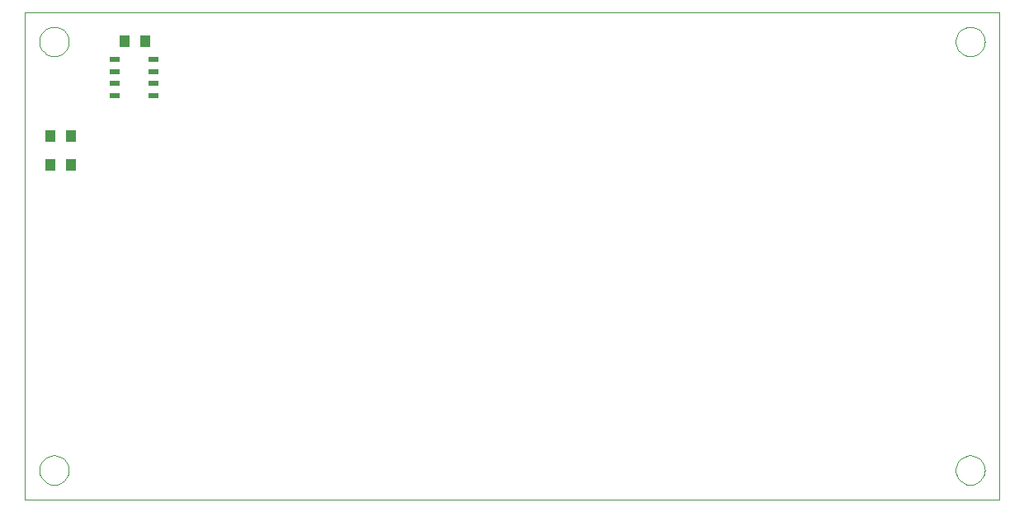
<source format=gbr>
G04 PROTEUS GERBER X2 FILE*
%TF.GenerationSoftware,Labcenter,Proteus,8.16-SP3-Build36097*%
%TF.CreationDate,2025-11-07T09:34:26+00:00*%
%TF.FileFunction,Paste,Top*%
%TF.FilePolarity,Positive*%
%TF.Part,Single*%
%TF.SameCoordinates,{86f2edb6-a998-41b4-a695-59585592bfa3}*%
%FSLAX45Y45*%
%MOMM*%
G01*
%TA.AperFunction,Material*%
%ADD53R,1.016000X1.270000*%
%TA.AperFunction,Material*%
%ADD54R,1.100000X0.600000*%
%TA.AperFunction,Profile*%
%ADD20C,0.101600*%
%TD.AperFunction*%
D53*
X-5056640Y+1340000D03*
X-5270000Y+1340000D03*
X-5056640Y+1040000D03*
X-5270000Y+1040000D03*
X-4508360Y+2315000D03*
X-4295000Y+2315000D03*
D54*
X-4210000Y+2130000D03*
X-4210000Y+2000000D03*
X-4210000Y+1880000D03*
X-4210000Y+1750000D03*
X-4610000Y+1750000D03*
X-4610000Y+1880000D03*
X-4610000Y+2000000D03*
X-4610000Y+2130000D03*
D20*
X-5528000Y-2391260D02*
X+4472000Y-2391260D01*
X+4472000Y+2608740D01*
X-5528000Y+2608740D01*
X-5528000Y-2391260D01*
X+4322000Y+2308740D02*
X+4321498Y+2320998D01*
X+4317422Y+2345515D01*
X+4308906Y+2370032D01*
X+4295032Y+2394549D01*
X+4273806Y+2418901D01*
X+4249289Y+2437295D01*
X+4224772Y+2449151D01*
X+4200255Y+2456055D01*
X+4175738Y+2458693D01*
X+4172000Y+2458740D01*
X+4022000Y+2308740D02*
X+4022502Y+2320998D01*
X+4026578Y+2345515D01*
X+4035094Y+2370032D01*
X+4048968Y+2394549D01*
X+4070194Y+2418901D01*
X+4094711Y+2437295D01*
X+4119228Y+2449151D01*
X+4143745Y+2456055D01*
X+4168262Y+2458693D01*
X+4172000Y+2458740D01*
X+4022000Y+2308740D02*
X+4022502Y+2296482D01*
X+4026578Y+2271965D01*
X+4035094Y+2247448D01*
X+4048968Y+2222931D01*
X+4070194Y+2198579D01*
X+4094711Y+2180185D01*
X+4119228Y+2168329D01*
X+4143745Y+2161425D01*
X+4168262Y+2158787D01*
X+4172000Y+2158740D01*
X+4322000Y+2308740D02*
X+4321498Y+2296482D01*
X+4317422Y+2271965D01*
X+4308906Y+2247448D01*
X+4295032Y+2222931D01*
X+4273806Y+2198579D01*
X+4249289Y+2180185D01*
X+4224772Y+2168329D01*
X+4200255Y+2161425D01*
X+4175738Y+2158787D01*
X+4172000Y+2158740D01*
X+4322000Y-2091260D02*
X+4321498Y-2079002D01*
X+4317422Y-2054485D01*
X+4308906Y-2029968D01*
X+4295032Y-2005451D01*
X+4273806Y-1981099D01*
X+4249289Y-1962705D01*
X+4224772Y-1950849D01*
X+4200255Y-1943945D01*
X+4175738Y-1941307D01*
X+4172000Y-1941260D01*
X+4022000Y-2091260D02*
X+4022502Y-2079002D01*
X+4026578Y-2054485D01*
X+4035094Y-2029968D01*
X+4048968Y-2005451D01*
X+4070194Y-1981099D01*
X+4094711Y-1962705D01*
X+4119228Y-1950849D01*
X+4143745Y-1943945D01*
X+4168262Y-1941307D01*
X+4172000Y-1941260D01*
X+4022000Y-2091260D02*
X+4022502Y-2103518D01*
X+4026578Y-2128035D01*
X+4035094Y-2152552D01*
X+4048968Y-2177069D01*
X+4070194Y-2201421D01*
X+4094711Y-2219815D01*
X+4119228Y-2231671D01*
X+4143745Y-2238575D01*
X+4168262Y-2241213D01*
X+4172000Y-2241260D01*
X+4322000Y-2091260D02*
X+4321498Y-2103518D01*
X+4317422Y-2128035D01*
X+4308906Y-2152552D01*
X+4295032Y-2177069D01*
X+4273806Y-2201421D01*
X+4249289Y-2219815D01*
X+4224772Y-2231671D01*
X+4200255Y-2238575D01*
X+4175738Y-2241213D01*
X+4172000Y-2241260D01*
X-5078000Y-2091260D02*
X-5078502Y-2079002D01*
X-5082578Y-2054485D01*
X-5091094Y-2029968D01*
X-5104968Y-2005451D01*
X-5126194Y-1981099D01*
X-5150711Y-1962705D01*
X-5175228Y-1950849D01*
X-5199745Y-1943945D01*
X-5224262Y-1941307D01*
X-5228000Y-1941260D01*
X-5378000Y-2091260D02*
X-5377498Y-2079002D01*
X-5373422Y-2054485D01*
X-5364906Y-2029968D01*
X-5351032Y-2005451D01*
X-5329806Y-1981099D01*
X-5305289Y-1962705D01*
X-5280772Y-1950849D01*
X-5256255Y-1943945D01*
X-5231738Y-1941307D01*
X-5228000Y-1941260D01*
X-5378000Y-2091260D02*
X-5377498Y-2103518D01*
X-5373422Y-2128035D01*
X-5364906Y-2152552D01*
X-5351032Y-2177069D01*
X-5329806Y-2201421D01*
X-5305289Y-2219815D01*
X-5280772Y-2231671D01*
X-5256255Y-2238575D01*
X-5231738Y-2241213D01*
X-5228000Y-2241260D01*
X-5078000Y-2091260D02*
X-5078502Y-2103518D01*
X-5082578Y-2128035D01*
X-5091094Y-2152552D01*
X-5104968Y-2177069D01*
X-5126194Y-2201421D01*
X-5150711Y-2219815D01*
X-5175228Y-2231671D01*
X-5199745Y-2238575D01*
X-5224262Y-2241213D01*
X-5228000Y-2241260D01*
X-5078000Y+2308740D02*
X-5078502Y+2320998D01*
X-5082578Y+2345515D01*
X-5091094Y+2370032D01*
X-5104968Y+2394549D01*
X-5126194Y+2418901D01*
X-5150711Y+2437295D01*
X-5175228Y+2449151D01*
X-5199745Y+2456055D01*
X-5224262Y+2458693D01*
X-5228000Y+2458740D01*
X-5378000Y+2308740D02*
X-5377498Y+2320998D01*
X-5373422Y+2345515D01*
X-5364906Y+2370032D01*
X-5351032Y+2394549D01*
X-5329806Y+2418901D01*
X-5305289Y+2437295D01*
X-5280772Y+2449151D01*
X-5256255Y+2456055D01*
X-5231738Y+2458693D01*
X-5228000Y+2458740D01*
X-5378000Y+2308740D02*
X-5377498Y+2296482D01*
X-5373422Y+2271965D01*
X-5364906Y+2247448D01*
X-5351032Y+2222931D01*
X-5329806Y+2198579D01*
X-5305289Y+2180185D01*
X-5280772Y+2168329D01*
X-5256255Y+2161425D01*
X-5231738Y+2158787D01*
X-5228000Y+2158740D01*
X-5078000Y+2308740D02*
X-5078502Y+2296482D01*
X-5082578Y+2271965D01*
X-5091094Y+2247448D01*
X-5104968Y+2222931D01*
X-5126194Y+2198579D01*
X-5150711Y+2180185D01*
X-5175228Y+2168329D01*
X-5199745Y+2161425D01*
X-5224262Y+2158787D01*
X-5228000Y+2158740D01*
M02*

</source>
